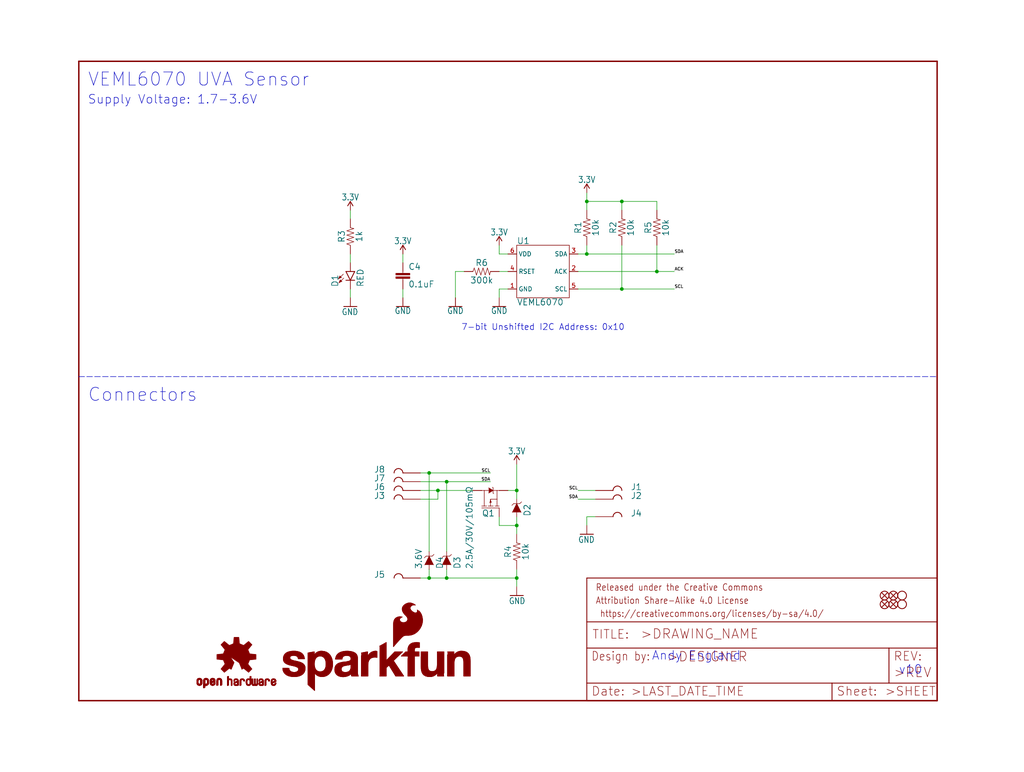
<source format=kicad_sch>
(kicad_sch (version 20211123) (generator eeschema)
  (paper "User" 297.002 223.926)
  (lib_symbols
    (symbol "schematicEagle-eagle-import:0.1UF-0603-25V-(+80{slash}-20%)"
      (property "Reference" "C" (at 1.524 2.921 0))
      (property "Value" "0.1UF-0603-25V-(+80{slash}-20%)" (at 1.524 -2.159 0))
      (symbol "0.1UF-0603-25V-(+80{slash}-20%)_1_0"
        (pin passive line (at 0 5.08 270) (length 2.54) (name "1") (number "1"))
        (pin passive line (at 0 -2.54 90) (length 2.54) (name "2") (number "2"))
      )
    )
    (symbol "schematicEagle-eagle-import:10KOHM-0603-1{slash}10W-1%"
      (property "Reference" "R" (at 0 1.524 0))
      (property "Value" "10KOHM-0603-1{slash}10W-1%" (at 0 -1.524 0))
      (symbol "10KOHM-0603-1{slash}10W-1%_1_0"
        (pin passive line (at -5.08 0 0) (length 2.54) (name "1") (number "1"))
        (pin passive line (at 5.08 0 180) (length 2.54) (name "2") (number "2"))
      )
    )
    (symbol "schematicEagle-eagle-import:1KOHM-0603-1{slash}10W-1%"
      (property "Reference" "R" (at 0 1.524 0))
      (property "Value" "1KOHM-0603-1{slash}10W-1%" (at 0 -1.524 0))
      (symbol "1KOHM-0603-1{slash}10W-1%_1_0"
        (pin passive line (at -5.08 0 0) (length 2.54) (name "1") (number "1"))
        (pin passive line (at 5.08 0 180) (length 2.54) (name "2") (number "2"))
      )
    )
    (symbol "schematicEagle-eagle-import:3.3V" (power)
      (property "Value" "3.3V" (at 0 2.794 0))
      (symbol "3.3V_1_0"
        (pin power_in line (at 0 0 90) (length 2.54) (name "3.3V") (number "1"))
      )
    )
    (symbol "schematicEagle-eagle-import:300KOHM-0603-1{slash}10W-1%"
      (property "Reference" "R" (at 0 1.524 0))
      (property "Value" "300KOHM-0603-1{slash}10W-1%" (at 0 -1.524 0))
      (symbol "300KOHM-0603-1{slash}10W-1%_1_0"
        (pin passive line (at -5.08 0 0) (length 2.54) (name "1") (number "1"))
        (pin passive line (at 5.08 0 180) (length 2.54) (name "2") (number "2"))
      )
    )
    (symbol "schematicEagle-eagle-import:DIODE-ZENER-BZT52C3V6S"
      (property "Reference" "D" (at -2.54 2.032 0))
      (property "Value" "DIODE-ZENER-BZT52C3V6S" (at -2.54 -2.032 0))
      (symbol "DIODE-ZENER-BZT52C3V6S_1_0"
        (pin passive line (at -2.54 0 0) (length 0) (name "A") (number "A"))
        (pin passive line (at 2.54 0 180) (length 0) (name "C") (number "C"))
      )
    )
    (symbol "schematicEagle-eagle-import:FIDUCIALUFIDUCIAL")
    (symbol "schematicEagle-eagle-import:FRAME-LETTER"
      (symbol "FRAME-LETTER_2_0"
        (text " https://creativecommons.org/licenses/by-sa/4.0/" (at 2.54 24.13 0) (effects (font (size 1.9304 1.6408)) (justify left bottom)))
        (text ">DESIGNER" (at 23.114 11.176 0) (effects (font (size 2.7432 2.7432)) (justify left bottom)))
        (text ">DRAWING_NAME" (at 15.494 17.78 0) (effects (font (size 2.7432 2.7432)) (justify left bottom)))
        (text ">LAST_DATE_TIME" (at 12.7 1.27 0) (effects (font (size 2.54 2.54)) (justify left bottom)))
        (text ">REV" (at 88.9 6.604 0) (effects (font (size 2.7432 2.7432)) (justify left bottom)))
        (text ">SHEET" (at 86.36 1.27 0) (effects (font (size 2.54 2.54)) (justify left bottom)))
        (text "Attribution Share-Alike 4.0 License" (at 2.54 27.94 0) (effects (font (size 1.9304 1.6408)) (justify left bottom)))
        (text "Date:" (at 1.27 1.27 0) (effects (font (size 2.54 2.54)) (justify left bottom)))
        (text "Design by:" (at 1.27 11.43 0) (effects (font (size 2.54 2.159)) (justify left bottom)))
        (text "Released under the Creative Commons" (at 2.54 31.75 0) (effects (font (size 1.9304 1.6408)) (justify left bottom)))
        (text "REV:" (at 88.9 11.43 0) (effects (font (size 2.54 2.54)) (justify left bottom)))
        (text "Sheet:" (at 72.39 1.27 0) (effects (font (size 2.54 2.54)) (justify left bottom)))
        (text "TITLE:" (at 1.524 17.78 0) (effects (font (size 2.54 2.54)) (justify left bottom)))
      )
    )
    (symbol "schematicEagle-eagle-import:GATORGATOR_MINI"
      (property "Reference" "J" (at 0 2.54 0))
      (property "Value" "GATORGATOR_MINI" (at -2.54 -5.08 0))
      (symbol "GATORGATOR_MINI_1_0"
        (pin bidirectional line (at -2.54 0 0) (length 5.08) (name "P$1") (number "P$2"))
      )
    )
    (symbol "schematicEagle-eagle-import:GND" (power)
      (property "Value" "GND" (at 0 -0.254 0))
      (symbol "GND_1_0"
        (pin power_in line (at 0 2.54 270) (length 2.54) (name "GND") (number "1"))
      )
    )
    (symbol "schematicEagle-eagle-import:LED-RED0603"
      (property "Reference" "D" (at -3.429 -4.572 90))
      (property "Value" "LED-RED0603" (at 1.905 -4.572 90))
      (symbol "LED-RED0603_1_0"
        (pin passive line (at 0 2.54 270) (length 2.54) (name "A") (number "A"))
        (pin passive line (at 0 -5.08 90) (length 2.54) (name "C") (number "C"))
      )
    )
    (symbol "schematicEagle-eagle-import:MOSFET_PCH-DMG2307L"
      (property "Reference" "Q" (at 5.08 0 0))
      (property "Value" "MOSFET_PCH-DMG2307L" (at 5.08 -2.54 0))
      (symbol "MOSFET_PCH-DMG2307L_1_0"
        (pin bidirectional line (at -5.08 -2.54 0) (length 2.54) (name "G") (number "1"))
        (pin bidirectional line (at 2.54 -5.08 90) (length 2.54) (name "S") (number "2"))
        (pin bidirectional line (at 2.54 5.08 270) (length 2.54) (name "D") (number "3"))
      )
    )
    (symbol "schematicEagle-eagle-import:OSHW-LOGOMINI")
    (symbol "schematicEagle-eagle-import:SFE_LOGO_NAME_FLAME.1_INCH")
    (symbol "schematicEagle-eagle-import:STAND-OFF")
    (symbol "schematicEagle-eagle-import:VEML6070{dblquote}"
      (property "Reference" "U" (at -7.62 7.874 0))
      (property "Value" "VEML6070{dblquote}" (at -7.62 -7.874 0))
      (symbol "VEML6070{dblquote}_1_0"
        (pin bidirectional line (at -10.16 -5.08 0) (length 2.54) (name "GND") (number "1"))
        (pin bidirectional line (at 10.16 0 180) (length 2.54) (name "ACK") (number "2"))
        (pin bidirectional line (at 10.16 5.08 180) (length 2.54) (name "SDA") (number "3"))
        (pin bidirectional line (at -10.16 0 0) (length 2.54) (name "RSET") (number "4"))
        (pin bidirectional line (at 10.16 -5.08 180) (length 2.54) (name "SCL") (number "5"))
        (pin bidirectional line (at -10.16 5.08 0) (length 2.54) (name "VDD") (number "6"))
      )
    )
  )
  (junction (at 149.86 167.64))
  (junction (at 170.18 73.66))
  (junction (at 149.86 152.4))
  (junction (at 129.54 139.7))
  (junction (at 149.86 142.24))
  (junction (at 190.5 78.74))
  (junction (at 127 142.24))
  (junction (at 124.46 167.64))
  (junction (at 124.46 137.16))
  (junction (at 129.54 167.64))
  (junction (at 180.34 58.42))
  (junction (at 170.18 58.42))
  (junction (at 180.34 83.82))
  (wire (pts (xy 121.92 137.16) (xy 124.46 137.16)))
  (wire (pts (xy 121.92 139.7) (xy 129.54 139.7)))
  (wire (pts (xy 190.5 71.12) (xy 190.5 78.74)))
  (wire (pts (xy 121.92 142.24) (xy 127 142.24)))
  (wire (pts (xy 132.08 78.74) (xy 134.62 78.74)))
  (wire (pts (xy 101.6 76.2) (xy 101.6 73.66)))
  (wire (pts (xy 190.5 78.74) (xy 167.64 78.74)))
  (wire (pts (xy 147.32 73.66) (xy 144.78 73.66)))
  (wire (pts (xy 172.72 142.24) (xy 167.64 142.24)))
  (wire (pts (xy 170.18 55.88) (xy 170.18 58.42)))
  (wire (pts (xy 170.18 149.86) (xy 170.18 152.4)))
  (wire (pts (xy 170.18 60.96) (xy 170.18 58.42)))
  (wire (pts (xy 190.5 60.96) (xy 190.5 58.42)))
  (wire (pts (xy 172.72 149.86) (xy 170.18 149.86)))
  (wire (pts (xy 101.6 86.36) (xy 101.6 83.82)))
  (polyline (pts (xy 22.86 109.22) (xy 271.78 109.22)))
  (wire (pts (xy 144.78 149.86) (xy 144.78 152.4)))
  (wire (pts (xy 149.86 152.4) (xy 149.86 154.94)))
  (wire (pts (xy 149.86 167.64) (xy 149.86 170.18)))
  (wire (pts (xy 129.54 165.1) (xy 129.54 167.64)))
  (wire (pts (xy 116.84 76.2) (xy 116.84 73.66)))
  (wire (pts (xy 180.34 83.82) (xy 195.58 83.82)))
  (wire (pts (xy 116.84 86.36) (xy 116.84 83.82)))
  (wire (pts (xy 149.86 144.78) (xy 149.86 142.24)))
  (wire (pts (xy 149.86 165.1) (xy 149.86 167.64)))
  (wire (pts (xy 170.18 73.66) (xy 170.18 71.12)))
  (wire (pts (xy 129.54 167.64) (xy 149.86 167.64)))
  (wire (pts (xy 129.54 160.02) (xy 129.54 139.7)))
  (wire (pts (xy 144.78 73.66) (xy 144.78 71.12)))
  (wire (pts (xy 124.46 160.02) (xy 124.46 137.16)))
  (wire (pts (xy 190.5 78.74) (xy 195.58 78.74)))
  (wire (pts (xy 167.64 83.82) (xy 180.34 83.82)))
  (wire (pts (xy 147.32 142.24) (xy 149.86 142.24)))
  (wire (pts (xy 170.18 73.66) (xy 195.58 73.66)))
  (wire (pts (xy 124.46 167.64) (xy 129.54 167.64)))
  (wire (pts (xy 129.54 139.7) (xy 142.24 139.7)))
  (wire (pts (xy 144.78 152.4) (xy 149.86 152.4)))
  (wire (pts (xy 149.86 149.86) (xy 149.86 152.4)))
  (wire (pts (xy 190.5 58.42) (xy 180.34 58.42)))
  (wire (pts (xy 101.6 63.5) (xy 101.6 60.96)))
  (wire (pts (xy 124.46 165.1) (xy 124.46 167.64)))
  (wire (pts (xy 132.08 86.36) (xy 132.08 78.74)))
  (wire (pts (xy 124.46 137.16) (xy 142.24 137.16)))
  (wire (pts (xy 144.78 83.82) (xy 144.78 86.36)))
  (wire (pts (xy 121.92 167.64) (xy 124.46 167.64)))
  (wire (pts (xy 180.34 83.82) (xy 180.34 71.12)))
  (wire (pts (xy 149.86 142.24) (xy 149.86 134.62)))
  (wire (pts (xy 127 142.24) (xy 137.16 142.24)))
  (wire (pts (xy 127 144.78) (xy 127 142.24)))
  (wire (pts (xy 180.34 58.42) (xy 180.34 60.96)))
  (wire (pts (xy 144.78 78.74) (xy 147.32 78.74)))
  (wire (pts (xy 147.32 83.82) (xy 144.78 83.82)))
  (wire (pts (xy 121.92 144.78) (xy 127 144.78)))
  (wire (pts (xy 167.64 73.66) (xy 170.18 73.66)))
  (wire (pts (xy 172.72 144.78) (xy 167.64 144.78)))
  (wire (pts (xy 170.18 58.42) (xy 180.34 58.42)))
  (text "Supply Voltage: 1.7-3.6V" (at 25.4 30.48 180) (effects (font (size 2.54 2.54)) (justify left bottom)))
  (text "7-bit Unshifted I2C Address: 0x10" (at 157.48 93.98 180) (effects (font (size 1.778 1.778)) (justify top)))
  (text "Connectors" (at 25.4 116.84 180) (effects (font (size 3.81 3.81)) (justify left bottom)))
  (text "VEML6070 UVA Sensor" (at 25.4 25.4 180) (effects (font (size 3.81 3.81)) (justify left bottom)))
  (text "Andy England" (at 188.976 191.77 180) (effects (font (size 2.54 2.54)) (justify left bottom)))
  (text "v10" (at 260.604 195.834 180) (effects (font (size 2.54 2.54)) (justify left bottom)))
  (label "SCL" (at 167.64 142.24 180) (effects (font (size 0.889 0.889))))
  (label "ACK" (at 195.58 78.74 0) (effects (font (size 0.889 0.889))))
  (label "SDA" (at 195.58 73.66 0) (effects (font (size 0.889 0.889))))
  (label "SCL" (at 142.24 137.16 180) (effects (font (size 0.889 0.889))))
  (label "SDA" (at 142.24 139.7 180) (effects (font (size 0.889 0.889))))
  (label "SCL" (at 195.58 83.82 0) (effects (font (size 0.889 0.889))))
  (label "SDA" (at 167.64 144.78 180) (effects (font (size 0.889 0.889))))
  (symbol (lib_id "schematicEagle-eagle-import:10KOHM-0603-1{slash}10W-1%") (at 180.34 66.04 90) (unit 1)
    (property "Reference" "R2" (at 178.816 66.04 0) (effects (font (size 1.778 1.778)) (justify bottom)))
    (property "Value" "10k" (at 181.864 66.04 0) (effects (font (size 1.778 1.778)) (justify top)))
    (property "Footprint" "schematicEagle:0603" (effects hide))
  )
  (symbol (lib_id "schematicEagle-eagle-import:GATORGATOR_MINI") (at 119.38 167.64 0) (mirror y) (unit 1)
    (property "Reference" "J5" (at 111.76 167.64 0) (effects (font (size 1.778 1.778)) (justify left bottom)))
    (property "Value" "GATORGATOR_MINI" (effects hide))
    (property "Footprint" "schematicEagle:GATOR_MINI" (effects hide))
  )
  (symbol (lib_id "schematicEagle-eagle-import:3.3V") (at 170.18 55.88 0) (unit 1)
    (property "Reference" "#SUPPLY2" (effects hide))
    (property "Value" "3.3V" (at 170.18 53.086 0) (effects (font (size 1.778 1.5113)) (justify bottom)))
    (property "Footprint" "schematicEagle:" (effects hide))
  )
  (symbol (lib_id "schematicEagle-eagle-import:GND") (at 144.78 88.9 0) (unit 1)
    (property "Reference" "#GND2" (effects hide))
    (property "Value" "GND" (at 144.78 89.154 0) (effects (font (size 1.778 1.5113)) (justify top)))
    (property "Footprint" "schematicEagle:" (effects hide))
  )
  (symbol (lib_id "schematicEagle-eagle-import:FIDUCIALUFIDUCIAL") (at 256.54 175.26 0) (unit 1)
    (property "Reference" "JP7" (effects hide))
    (property "Value" "FIDUCIALUFIDUCIAL" (effects hide))
    (property "Footprint" "schematicEagle:MICRO-FIDUCIAL" (effects hide))
  )
  (symbol (lib_id "schematicEagle-eagle-import:10KOHM-0603-1{slash}10W-1%") (at 190.5 66.04 90) (unit 1)
    (property "Reference" "R5" (at 188.976 66.04 0) (effects (font (size 1.778 1.778)) (justify bottom)))
    (property "Value" "10k" (at 192.024 66.04 0) (effects (font (size 1.778 1.778)) (justify top)))
    (property "Footprint" "schematicEagle:0603" (effects hide))
  )
  (symbol (lib_id "schematicEagle-eagle-import:STAND-OFF") (at 261.62 175.26 0) (unit 1)
    (property "Reference" "JP4" (effects hide))
    (property "Value" "STAND-OFF" (effects hide))
    (property "Footprint" "schematicEagle:STAND-OFF" (effects hide))
  )
  (symbol (lib_id "schematicEagle-eagle-import:3.3V") (at 101.6 60.96 0) (unit 1)
    (property "Reference" "#SUPPLY10" (effects hide))
    (property "Value" "3.3V" (at 101.6 58.166 0) (effects (font (size 1.778 1.5113)) (justify bottom)))
    (property "Footprint" "schematicEagle:" (effects hide))
  )
  (symbol (lib_id "schematicEagle-eagle-import:3.3V") (at 144.78 71.12 0) (unit 1)
    (property "Reference" "#SUPPLY1" (effects hide))
    (property "Value" "3.3V" (at 144.78 68.326 0) (effects (font (size 1.778 1.5113)) (justify bottom)))
    (property "Footprint" "schematicEagle:" (effects hide))
  )
  (symbol (lib_id "schematicEagle-eagle-import:GATORGATOR_MINI") (at 119.38 139.7 0) (mirror y) (unit 1)
    (property "Reference" "J7" (at 111.76 139.7 0) (effects (font (size 1.778 1.778)) (justify left bottom)))
    (property "Value" "GATORGATOR_MINI" (effects hide))
    (property "Footprint" "schematicEagle:GATOR_MINI" (effects hide))
  )
  (symbol (lib_id "schematicEagle-eagle-import:GATORGATOR_MINI") (at 175.26 142.24 0) (unit 1)
    (property "Reference" "J1" (at 182.88 142.24 0) (effects (font (size 1.778 1.778)) (justify left bottom)))
    (property "Value" "GATORGATOR_MINI" (effects hide))
    (property "Footprint" "schematicEagle:GATOR_MINI" (effects hide))
  )
  (symbol (lib_id "schematicEagle-eagle-import:GND") (at 149.86 172.72 0) (mirror y) (unit 1)
    (property "Reference" "#GND8" (effects hide))
    (property "Value" "GND" (at 152.4 175.26 0) (effects (font (size 1.778 1.5113)) (justify left bottom)))
    (property "Footprint" "schematicEagle:" (effects hide))
  )
  (symbol (lib_id "schematicEagle-eagle-import:GATORGATOR_MINI") (at 119.38 144.78 0) (mirror y) (unit 1)
    (property "Reference" "J3" (at 111.76 144.78 0) (effects (font (size 1.778 1.778)) (justify left bottom)))
    (property "Value" "GATORGATOR_MINI" (effects hide))
    (property "Footprint" "schematicEagle:GATOR_MINI" (effects hide))
  )
  (symbol (lib_id "schematicEagle-eagle-import:DIODE-ZENER-BZT52C3V6S") (at 149.86 147.32 270) (mirror x) (unit 1)
    (property "Reference" "D2" (at 151.892 149.86 0) (effects (font (size 1.778 1.778)) (justify left bottom)))
    (property "Value" "3.6V" (effects hide))
    (property "Footprint" "schematicEagle:SOD-323" (effects hide))
  )
  (symbol (lib_id "schematicEagle-eagle-import:OSHW-LOGOMINI") (at 68.58 190.5 0) (unit 1)
    (property "Reference" "LOGO1" (effects hide))
    (property "Value" "OSHW-LOGOMINI" (effects hide))
    (property "Footprint" "schematicEagle:OSHW-LOGO-MINI" (effects hide))
  )
  (symbol (lib_id "schematicEagle-eagle-import:STAND-OFF") (at 261.62 172.72 0) (unit 1)
    (property "Reference" "JP3" (effects hide))
    (property "Value" "STAND-OFF" (effects hide))
    (property "Footprint" "schematicEagle:STAND-OFF" (effects hide))
  )
  (symbol (lib_id "schematicEagle-eagle-import:GATORGATOR_MINI") (at 119.38 142.24 0) (mirror y) (unit 1)
    (property "Reference" "J6" (at 111.76 142.24 0) (effects (font (size 1.778 1.778)) (justify left bottom)))
    (property "Value" "GATORGATOR_MINI" (effects hide))
    (property "Footprint" "schematicEagle:GATOR_MINI" (effects hide))
  )
  (symbol (lib_id "schematicEagle-eagle-import:10KOHM-0603-1{slash}10W-1%") (at 170.18 66.04 90) (unit 1)
    (property "Reference" "R1" (at 168.656 66.04 0) (effects (font (size 1.778 1.778)) (justify bottom)))
    (property "Value" "10k" (at 171.704 66.04 0) (effects (font (size 1.778 1.778)) (justify top)))
    (property "Footprint" "schematicEagle:0603" (effects hide))
  )
  (symbol (lib_id "schematicEagle-eagle-import:MOSFET_PCH-DMG2307L") (at 142.24 144.78 90) (unit 1)
    (property "Reference" "Q1" (at 139.7 149.86 90) (effects (font (size 1.778 1.778)) (justify right top)))
    (property "Value" "2.5A/30V/105mΩ" (at 137.16 165.1 0) (effects (font (size 1.778 1.778)) (justify left bottom)))
    (property "Footprint" "schematicEagle:SOT23-3" (effects hide))
  )
  (symbol (lib_id "schematicEagle-eagle-import:GATORGATOR_MINI") (at 175.26 144.78 0) (unit 1)
    (property "Reference" "J2" (at 182.88 144.78 0) (effects (font (size 1.778 1.778)) (justify left bottom)))
    (property "Value" "GATORGATOR_MINI" (effects hide))
    (property "Footprint" "schematicEagle:GATOR_MINI" (effects hide))
  )
  (symbol (lib_id "schematicEagle-eagle-import:GATORGATOR_MINI") (at 119.38 137.16 0) (mirror y) (unit 1)
    (property "Reference" "J8" (at 111.76 137.16 0) (effects (font (size 1.778 1.778)) (justify left bottom)))
    (property "Value" "GATORGATOR_MINI" (effects hide))
    (property "Footprint" "schematicEagle:GATOR_MINI" (effects hide))
  )
  (symbol (lib_id "schematicEagle-eagle-import:3.3V") (at 149.86 134.62 0) (mirror y) (unit 1)
    (property "Reference" "#SUPPLY8" (effects hide))
    (property "Value" "3.3V" (at 149.86 131.826 0) (effects (font (size 1.778 1.5113)) (justify bottom)))
    (property "Footprint" "schematicEagle:" (effects hide))
  )
  (symbol (lib_id "schematicEagle-eagle-import:1KOHM-0603-1{slash}10W-1%") (at 101.6 68.58 90) (unit 1)
    (property "Reference" "R3" (at 100.076 68.58 0) (effects (font (size 1.778 1.778)) (justify bottom)))
    (property "Value" "1k" (at 103.124 68.58 0) (effects (font (size 1.778 1.778)) (justify top)))
    (property "Footprint" "schematicEagle:0603" (effects hide))
  )
  (symbol (lib_id "schematicEagle-eagle-import:FIDUCIALUFIDUCIAL") (at 259.08 172.72 0) (unit 1)
    (property "Reference" "JP6" (effects hide))
    (property "Value" "FIDUCIALUFIDUCIAL" (effects hide))
    (property "Footprint" "schematicEagle:MICRO-FIDUCIAL" (effects hide))
  )
  (symbol (lib_id "schematicEagle-eagle-import:FRAME-LETTER") (at 170.18 203.2 0) (unit 2)
    (property "Reference" "FRAME1" (effects hide))
    (property "Value" "FRAME-LETTER" (effects hide))
    (property "Footprint" "schematicEagle:CREATIVE_COMMONS" (effects hide))
  )
  (symbol (lib_id "schematicEagle-eagle-import:300KOHM-0603-1{slash}10W-1%") (at 139.7 78.74 0) (unit 1)
    (property "Reference" "R6" (at 139.7 77.216 0) (effects (font (size 1.778 1.778)) (justify bottom)))
    (property "Value" "300k" (at 139.7 80.264 0) (effects (font (size 1.778 1.778)) (justify top)))
    (property "Footprint" "schematicEagle:0603" (effects hide))
  )
  (symbol (lib_id "schematicEagle-eagle-import:SFE_LOGO_NAME_FLAME.1_INCH") (at 81.28 200.66 0) (unit 1)
    (property "Reference" "U$1" (effects hide))
    (property "Value" "SFE_LOGO_NAME_FLAME.1_INCH" (effects hide))
    (property "Footprint" "schematicEagle:SFE_LOGO_NAME_FLAME_.1" (effects hide))
  )
  (symbol (lib_id "schematicEagle-eagle-import:0.1UF-0603-25V-(+80{slash}-20%)") (at 116.84 81.28 0) (unit 1)
    (property "Reference" "C4" (at 118.364 78.359 0) (effects (font (size 1.778 1.778)) (justify left bottom)))
    (property "Value" "0.1uF" (at 118.364 83.439 0) (effects (font (size 1.778 1.778)) (justify left bottom)))
    (property "Footprint" "schematicEagle:0603" (effects hide))
  )
  (symbol (lib_id "schematicEagle-eagle-import:DIODE-ZENER-BZT52C3V6S") (at 129.54 162.56 270) (mirror x) (unit 1)
    (property "Reference" "D3" (at 131.572 165.1 0) (effects (font (size 1.778 1.778)) (justify left bottom)))
    (property "Value" "3.6V" (effects hide))
    (property "Footprint" "schematicEagle:SOD-323" (effects hide))
  )
  (symbol (lib_id "schematicEagle-eagle-import:3.3V") (at 116.84 73.66 0) (unit 1)
    (property "Reference" "#SUPPLY9" (effects hide))
    (property "Value" "3.3V" (at 116.84 70.866 0) (effects (font (size 1.778 1.5113)) (justify bottom)))
    (property "Footprint" "schematicEagle:" (effects hide))
  )
  (symbol (lib_id "schematicEagle-eagle-import:FIDUCIALUFIDUCIAL") (at 259.08 175.26 0) (unit 1)
    (property "Reference" "JP5" (effects hide))
    (property "Value" "FIDUCIALUFIDUCIAL" (effects hide))
    (property "Footprint" "schematicEagle:MICRO-FIDUCIAL" (effects hide))
  )
  (symbol (lib_id "schematicEagle-eagle-import:GATORGATOR_MINI") (at 175.26 149.86 0) (unit 1)
    (property "Reference" "J4" (at 182.88 149.86 0) (effects (font (size 1.778 1.778)) (justify left bottom)))
    (property "Value" "GATORGATOR_MINI" (effects hide))
    (property "Footprint" "schematicEagle:GATOR_MINI" (effects hide))
  )
  (symbol (lib_id "schematicEagle-eagle-import:FRAME-LETTER") (at 22.86 203.2 0) (unit 1)
    (property "Reference" "FRAME1" (effects hide))
    (property "Value" "FRAME-LETTER" (effects hide))
    (property "Footprint" "schematicEagle:CREATIVE_COMMONS" (effects hide))
  )
  (symbol (lib_id "schematicEagle-eagle-import:SFE_LOGO_NAME_FLAME.1_INCH") (at 81.28 200.66 0) (unit 1)
    (property "Reference" "U$2" (effects hide))
    (property "Value" "SFE_LOGO_NAME_FLAME.1_INCH" (effects hide))
    (property "Footprint" "schematicEagle:SFE_LOGO_NAME_FLAME_.1" (effects hide))
  )
  (symbol (lib_id "schematicEagle-eagle-import:VEML6070{dblquote}") (at 157.48 78.74 0) (unit 1)
    (property "Reference" "U1" (at 149.86 70.866 0) (effects (font (size 1.778 1.778)) (justify left bottom)))
    (property "Value" "VEML6070" (at 149.86 86.614 0) (effects (font (size 1.778 1.778)) (justify left top)))
    (property "Footprint" "schematicEagle:VEML6070" (effects hide))
  )
  (symbol (lib_id "schematicEagle-eagle-import:10KOHM-0603-1{slash}10W-1%") (at 149.86 160.02 90) (unit 1)
    (property "Reference" "R4" (at 148.336 160.02 0) (effects (font (size 1.778 1.778)) (justify bottom)))
    (property "Value" "10k" (at 151.384 160.02 0) (effects (font (size 1.778 1.778)) (justify top)))
    (property "Footprint" "schematicEagle:0603" (effects hide))
  )
  (symbol (lib_id "schematicEagle-eagle-import:DIODE-ZENER-BZT52C3V6S") (at 124.46 162.56 270) (mirror x) (unit 1)
    (property "Reference" "D4" (at 126.492 165.1 0) (effects (font (size 1.778 1.778)) (justify left bottom)))
    (property "Value" "3.6V" (at 122.428 165.1 0) (effects (font (size 1.778 1.778)) (justify left top)))
    (property "Footprint" "schematicEagle:SOD-323" (effects hide))
  )
  (symbol (lib_id "schematicEagle-eagle-import:GND") (at 116.84 88.9 0) (unit 1)
    (property "Reference" "#GND1" (effects hide))
    (property "Value" "GND" (at 116.84 89.154 0) (effects (font (size 1.778 1.5113)) (justify top)))
    (property "Footprint" "schematicEagle:" (effects hide))
  )
  (symbol (lib_id "schematicEagle-eagle-import:LED-RED0603") (at 101.6 78.74 0) (unit 1)
    (property "Reference" "D1" (at 98.171 83.312 90) (effects (font (size 1.778 1.778)) (justify left bottom)))
    (property "Value" "RED" (at 103.505 83.312 90) (effects (font (size 1.778 1.778)) (justify left top)))
    (property "Footprint" "schematicEagle:LED-0603" (effects hide))
  )
  (symbol (lib_id "schematicEagle-eagle-import:GND") (at 101.6 88.9 0) (unit 1)
    (property "Reference" "#GND3" (effects hide))
    (property "Value" "GND" (at 99.06 91.44 0) (effects (font (size 1.778 1.5113)) (justify left bottom)))
    (property "Footprint" "schematicEagle:" (effects hide))
  )
  (symbol (lib_id "schematicEagle-eagle-import:FIDUCIALUFIDUCIAL") (at 256.54 172.72 0) (unit 1)
    (property "Reference" "JP2" (effects hide))
    (property "Value" "FIDUCIALUFIDUCIAL" (effects hide))
    (property "Footprint" "schematicEagle:MICRO-FIDUCIAL" (effects hide))
  )
  (symbol (lib_id "schematicEagle-eagle-import:GND") (at 170.18 154.94 0) (unit 1)
    (property "Reference" "#GND6" (effects hide))
    (property "Value" "GND" (at 167.64 157.48 0) (effects (font (size 1.778 1.5113)) (justify left bottom)))
    (property "Footprint" "schematicEagle:" (effects hide))
  )
  (symbol (lib_id "schematicEagle-eagle-import:GND") (at 132.08 88.9 0) (unit 1)
    (property "Reference" "#GND4" (effects hide))
    (property "Value" "GND" (at 132.08 89.154 0) (effects (font (size 1.778 1.5113)) (justify top)))
    (property "Footprint" "schematicEagle:" (effects hide))
  )
)
</source>
